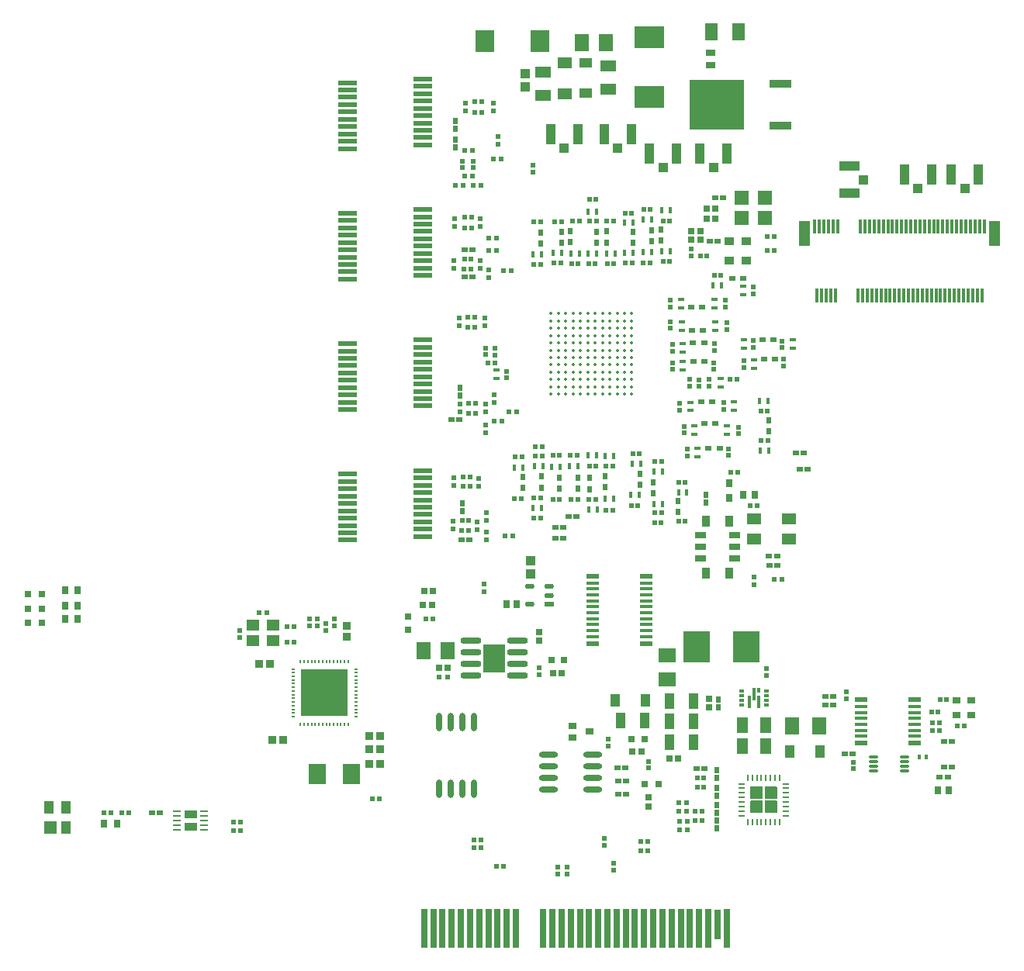
<source format=gbr>
G04*
G04 #@! TF.GenerationSoftware,Altium Limited,Altium Designer,24.2.2 (26)*
G04*
G04 Layer_Color=8421504*
%FSLAX25Y25*%
%MOIN*%
G70*
G04*
G04 #@! TF.SameCoordinates,383E0004-DF84-4F77-A050-2B2E5B934949*
G04*
G04*
G04 #@! TF.FilePolarity,Positive*
G04*
G01*
G75*
%ADD19R,0.05512X0.03543*%
%ADD20R,0.07874X0.01968*%
%ADD21R,0.02362X0.02559*%
%ADD22R,0.02288X0.02016*%
%ADD23R,0.02559X0.02362*%
%ADD24R,0.02362X0.02165*%
%ADD25R,0.02165X0.02362*%
%ADD26R,0.02165X0.01968*%
%ADD27R,0.02016X0.02288*%
%ADD28R,0.02800X0.16500*%
%ADD29O,0.02756X0.07874*%
%ADD30R,0.05906X0.04724*%
%ADD31R,0.02423X0.02254*%
%ADD32R,0.03347X0.01063*%
%ADD33R,0.01181X0.06102*%
%ADD34R,0.04724X0.10827*%
%ADD35O,0.00787X0.01968*%
%ADD36O,0.01968X0.00787*%
%ADD37R,0.20472X0.20472*%
%ADD38R,0.03563X0.03568*%
%ADD39R,0.01968X0.02165*%
%ADD40R,0.05512X0.04724*%
%ADD41R,0.02047X0.02047*%
%ADD42R,0.02047X0.02047*%
%ADD43R,0.03568X0.03563*%
%ADD44R,0.07301X0.09000*%
%ADD45O,0.09055X0.02756*%
%ADD46R,0.09488X0.12205*%
%ADD47R,0.04134X0.08661*%
%ADD48R,0.03937X0.04134*%
%ADD49C,0.01400*%
%ADD50R,0.07835X0.09173*%
G04:AMPARAMS|DCode=51|XSize=11.81mil|YSize=39.37mil|CornerRadius=1.95mil|HoleSize=0mil|Usage=FLASHONLY|Rotation=90.000|XOffset=0mil|YOffset=0mil|HoleType=Round|Shape=RoundedRectangle|*
%AMROUNDEDRECTD51*
21,1,0.01181,0.03547,0,0,90.0*
21,1,0.00791,0.03937,0,0,90.0*
1,1,0.00390,0.01774,0.00396*
1,1,0.00390,0.01774,-0.00396*
1,1,0.00390,-0.01774,-0.00396*
1,1,0.00390,-0.01774,0.00396*
%
%ADD51ROUNDEDRECTD51*%
%ADD52R,0.02953X0.03543*%
%ADD53R,0.01575X0.01968*%
%ADD54R,0.09800X0.03700*%
%ADD55R,0.23300X0.21700*%
%ADD56R,0.03150X0.03150*%
%ADD57R,0.02165X0.02165*%
%ADD58R,0.04088X0.02095*%
G04:AMPARAMS|DCode=59|XSize=40.88mil|YSize=20.95mil|CornerRadius=10.48mil|HoleSize=0mil|Usage=FLASHONLY|Rotation=180.000|XOffset=0mil|YOffset=0mil|HoleType=Round|Shape=RoundedRectangle|*
%AMROUNDEDRECTD59*
21,1,0.04088,0.00000,0,0,180.0*
21,1,0.01993,0.02095,0,0,180.0*
1,1,0.02095,-0.00996,0.00000*
1,1,0.02095,0.00996,0.00000*
1,1,0.02095,0.00996,0.00000*
1,1,0.02095,-0.00996,0.00000*
%
%ADD59ROUNDEDRECTD59*%
%ADD60R,0.05315X0.01575*%
%ADD61R,0.05315X0.02362*%
%ADD62R,0.03347X0.02559*%
%ADD63R,0.02362X0.02657*%
%ADD64R,0.01772X0.02657*%
%ADD65R,0.02657X0.02362*%
%ADD66R,0.02657X0.01772*%
%ADD67R,0.02756X0.02559*%
%ADD68R,0.05906X0.06299*%
%ADD69R,0.04134X0.03937*%
%ADD70R,0.08661X0.04134*%
G04:AMPARAMS|DCode=71|XSize=9.45mil|YSize=23.62mil|CornerRadius=1.98mil|HoleSize=0mil|Usage=FLASHONLY|Rotation=0.000|XOffset=0mil|YOffset=0mil|HoleType=Round|Shape=RoundedRectangle|*
%AMROUNDEDRECTD71*
21,1,0.00945,0.01965,0,0,0.0*
21,1,0.00548,0.02362,0,0,0.0*
1,1,0.00397,0.00274,-0.00983*
1,1,0.00397,-0.00274,-0.00983*
1,1,0.00397,-0.00274,0.00983*
1,1,0.00397,0.00274,0.00983*
%
%ADD71ROUNDEDRECTD71*%
G04:AMPARAMS|DCode=72|XSize=23.62mil|YSize=9.45mil|CornerRadius=1.98mil|HoleSize=0mil|Usage=FLASHONLY|Rotation=0.000|XOffset=0mil|YOffset=0mil|HoleType=Round|Shape=RoundedRectangle|*
%AMROUNDEDRECTD72*
21,1,0.02362,0.00548,0,0,0.0*
21,1,0.01965,0.00945,0,0,0.0*
1,1,0.00397,0.00983,-0.00274*
1,1,0.00397,-0.00983,-0.00274*
1,1,0.00397,-0.00983,0.00274*
1,1,0.00397,0.00983,0.00274*
%
%ADD72ROUNDEDRECTD72*%
%ADD73R,0.02254X0.02423*%
%ADD74R,0.03150X0.03740*%
%ADD75O,0.08071X0.02362*%
%ADD76R,0.06299X0.04921*%
%ADD77R,0.04349X0.06717*%
%ADD78R,0.02816X0.02648*%
%ADD79R,0.02756X0.02756*%
%ADD80R,0.05315X0.04331*%
%ADD81R,0.06717X0.04546*%
%ADD82R,0.12992X0.09449*%
%ADD83R,0.05709X0.07480*%
%ADD84R,0.05906X0.07284*%
%ADD85R,0.03937X0.02835*%
%ADD86R,0.04331X0.04134*%
%ADD87R,0.05512X0.05512*%
%ADD88R,0.03937X0.05512*%
%ADD89R,0.02165X0.02165*%
%ADD90R,0.11811X0.13780*%
%ADD91R,0.02559X0.02756*%
%ADD92R,0.04921X0.02559*%
%ADD93R,0.03347X0.04921*%
%ADD94R,0.02911X0.02648*%
%ADD95R,0.02756X0.02756*%
%ADD96R,0.02648X0.02911*%
%ADD97R,0.07284X0.05906*%
%ADD98R,0.04331X0.05315*%
%ADD99R,0.05924X0.07505*%
%ADD100R,0.04546X0.06717*%
%ADD101R,0.02648X0.02631*%
%ADD102R,0.01378X0.02362*%
%ADD103R,0.01378X0.05512*%
%ADD104R,0.02362X0.01378*%
%ADD105R,0.03937X0.03543*%
%ADD106R,0.02756X0.03740*%
%ADD107R,0.02123X0.01860*%
%ADD108R,0.02985X0.03197*%
%ADD109R,0.03543X0.02756*%
%ADD110R,0.02953X0.03347*%
%ADD111R,0.02756X0.03543*%
%ADD112R,0.02800X0.12600*%
G36*
X290339Y-351529D02*
Y-346608D01*
Y-346569D01*
X290369Y-346497D01*
X290424Y-346441D01*
X290496Y-346411D01*
X290536D01*
D01*
X295457D01*
X295496D01*
X295568Y-346441D01*
X295624Y-346497D01*
X295654Y-346569D01*
Y-346608D01*
D01*
Y-351529D01*
Y-351569D01*
X295624Y-351641D01*
X295568Y-351696D01*
X295496Y-351726D01*
X295457D01*
D01*
X290536D01*
X290496D01*
X290424Y-351696D01*
X290369Y-351641D01*
X290339Y-351569D01*
Y-351529D01*
D01*
D02*
G37*
G36*
X295654Y-345427D02*
Y-345466D01*
X295624Y-345538D01*
X295568Y-345594D01*
X295496Y-345624D01*
X295457D01*
D01*
X290536D01*
X290496D01*
X290424Y-345594D01*
X290369Y-345538D01*
X290339Y-345466D01*
Y-345427D01*
D01*
Y-340506D01*
Y-340467D01*
X290369Y-340394D01*
X290424Y-340339D01*
X290496Y-340309D01*
X290536D01*
D01*
X295457D01*
X295496D01*
X295568Y-340339D01*
X295624Y-340394D01*
X295654Y-340467D01*
Y-340506D01*
D01*
Y-345427D01*
D02*
G37*
G36*
X296638Y-351726D02*
X296599D01*
X296527Y-351696D01*
X296471Y-351641D01*
X296441Y-351569D01*
Y-351529D01*
D01*
Y-346608D01*
Y-346569D01*
X296471Y-346497D01*
X296527Y-346441D01*
X296599Y-346411D01*
X296638D01*
D01*
X301559D01*
X301598D01*
X301671Y-346441D01*
X301726Y-346497D01*
X301756Y-346569D01*
Y-346608D01*
D01*
Y-351529D01*
Y-351569D01*
X301726Y-351641D01*
X301671Y-351696D01*
X301598Y-351726D01*
X301559D01*
D01*
X296638D01*
D02*
G37*
G36*
X301756Y-345427D02*
Y-345466D01*
X301726Y-345538D01*
X301671Y-345594D01*
X301598Y-345624D01*
X301559D01*
D01*
X296638D01*
X296599D01*
X296527Y-345594D01*
X296471Y-345538D01*
X296441Y-345466D01*
Y-345427D01*
D01*
Y-340506D01*
Y-340467D01*
X296471Y-340394D01*
X296527Y-340339D01*
X296599Y-340309D01*
X296638D01*
D01*
X301559D01*
X301598D01*
X301671Y-340339D01*
X301726Y-340394D01*
X301756Y-340467D01*
Y-340506D01*
D01*
Y-345427D01*
D02*
G37*
D19*
X49773Y-352373D02*
D03*
X49774Y-357491D02*
D03*
D20*
X117323Y-66142D02*
D03*
Y-62992D02*
D03*
Y-59842D02*
D03*
Y-56693D02*
D03*
Y-53543D02*
D03*
Y-50394D02*
D03*
Y-47244D02*
D03*
Y-44094D02*
D03*
Y-40945D02*
D03*
Y-37795D02*
D03*
X149606Y-64567D02*
D03*
Y-61417D02*
D03*
Y-58268D02*
D03*
Y-55118D02*
D03*
Y-51968D02*
D03*
Y-48819D02*
D03*
Y-45669D02*
D03*
Y-42520D02*
D03*
Y-39370D02*
D03*
Y-36220D02*
D03*
X149606Y-204527D02*
D03*
Y-207677D02*
D03*
Y-210827D02*
D03*
Y-213976D02*
D03*
Y-217126D02*
D03*
Y-220275D02*
D03*
Y-223425D02*
D03*
Y-226575D02*
D03*
Y-229724D02*
D03*
Y-232874D02*
D03*
X117323Y-234449D02*
D03*
Y-231299D02*
D03*
Y-228150D02*
D03*
Y-225000D02*
D03*
Y-221850D02*
D03*
Y-218701D02*
D03*
Y-215551D02*
D03*
Y-212402D02*
D03*
Y-209252D02*
D03*
Y-206102D02*
D03*
X149606Y-148425D02*
D03*
Y-151575D02*
D03*
Y-154724D02*
D03*
Y-157874D02*
D03*
Y-161024D02*
D03*
Y-164173D02*
D03*
Y-167323D02*
D03*
Y-170472D02*
D03*
Y-173622D02*
D03*
Y-176772D02*
D03*
X117323Y-178346D02*
D03*
Y-175197D02*
D03*
Y-172047D02*
D03*
Y-168898D02*
D03*
Y-165748D02*
D03*
Y-162598D02*
D03*
Y-159449D02*
D03*
Y-156299D02*
D03*
Y-153149D02*
D03*
Y-150000D02*
D03*
X149606Y-92323D02*
D03*
Y-95472D02*
D03*
Y-98622D02*
D03*
Y-101772D02*
D03*
Y-104921D02*
D03*
Y-108071D02*
D03*
Y-111220D02*
D03*
Y-114370D02*
D03*
Y-117520D02*
D03*
Y-120669D02*
D03*
X117323Y-122244D02*
D03*
Y-119094D02*
D03*
Y-115945D02*
D03*
Y-112795D02*
D03*
Y-109646D02*
D03*
Y-106496D02*
D03*
Y-103346D02*
D03*
Y-100197D02*
D03*
Y-97047D02*
D03*
Y-93898D02*
D03*
X149606Y-36220D02*
D03*
Y-39370D02*
D03*
Y-42520D02*
D03*
Y-45669D02*
D03*
Y-48819D02*
D03*
Y-51968D02*
D03*
Y-55118D02*
D03*
Y-58268D02*
D03*
Y-61417D02*
D03*
Y-64567D02*
D03*
X117323Y-66142D02*
D03*
Y-62992D02*
D03*
Y-59842D02*
D03*
Y-56693D02*
D03*
Y-53543D02*
D03*
Y-50394D02*
D03*
Y-47244D02*
D03*
Y-44094D02*
D03*
Y-40945D02*
D03*
Y-37795D02*
D03*
X149606Y-204527D02*
D03*
Y-207677D02*
D03*
Y-210827D02*
D03*
Y-213976D02*
D03*
Y-217126D02*
D03*
Y-220275D02*
D03*
Y-223425D02*
D03*
Y-226575D02*
D03*
Y-229724D02*
D03*
Y-232874D02*
D03*
X117323Y-206102D02*
D03*
Y-209252D02*
D03*
Y-212402D02*
D03*
Y-215551D02*
D03*
Y-218701D02*
D03*
Y-221850D02*
D03*
Y-225000D02*
D03*
Y-228150D02*
D03*
Y-231299D02*
D03*
Y-234449D02*
D03*
X117323Y-178346D02*
D03*
Y-175197D02*
D03*
Y-172047D02*
D03*
Y-168898D02*
D03*
Y-165748D02*
D03*
Y-162598D02*
D03*
Y-159449D02*
D03*
Y-156299D02*
D03*
Y-153149D02*
D03*
Y-150000D02*
D03*
X149606Y-176772D02*
D03*
Y-173622D02*
D03*
Y-170472D02*
D03*
Y-167323D02*
D03*
Y-164173D02*
D03*
Y-161024D02*
D03*
Y-157874D02*
D03*
Y-154724D02*
D03*
Y-151575D02*
D03*
Y-148425D02*
D03*
X149553Y-92323D02*
D03*
Y-95472D02*
D03*
Y-98622D02*
D03*
Y-101772D02*
D03*
Y-104921D02*
D03*
Y-108071D02*
D03*
Y-111220D02*
D03*
Y-114370D02*
D03*
Y-117520D02*
D03*
Y-120669D02*
D03*
X117269Y-93898D02*
D03*
Y-97047D02*
D03*
Y-100197D02*
D03*
Y-103346D02*
D03*
Y-106496D02*
D03*
Y-109646D02*
D03*
Y-112795D02*
D03*
Y-115945D02*
D03*
Y-119094D02*
D03*
Y-122244D02*
D03*
D21*
X163697Y-65551D02*
D03*
Y-62205D02*
D03*
X163617Y-57510D02*
D03*
Y-54164D02*
D03*
X166408Y-222064D02*
D03*
Y-218718D02*
D03*
X165542Y-172175D02*
D03*
Y-168828D02*
D03*
X275809Y-358263D02*
D03*
Y-354916D02*
D03*
Y-348142D02*
D03*
Y-351489D02*
D03*
X275785Y-344266D02*
D03*
Y-340919D02*
D03*
Y-333361D02*
D03*
Y-336708D02*
D03*
X276689Y-302959D02*
D03*
Y-306305D02*
D03*
X271269Y-215040D02*
D03*
Y-218386D02*
D03*
D22*
X169219Y-175484D02*
D03*
X172097D02*
D03*
X167363Y-117928D02*
D03*
X170241D02*
D03*
X300567Y-110025D02*
D03*
X297689D02*
D03*
X300567Y-104025D02*
D03*
X297689D02*
D03*
X382172Y-314419D02*
D03*
X379293D02*
D03*
X252104Y-200747D02*
D03*
X249226D02*
D03*
X252065Y-226818D02*
D03*
X249187D02*
D03*
X252104Y-222767D02*
D03*
X249226D02*
D03*
X262302Y-209609D02*
D03*
X259423D02*
D03*
X236501Y-93811D02*
D03*
X239379D02*
D03*
X262394Y-226204D02*
D03*
X259515D02*
D03*
X236634Y-115411D02*
D03*
X239512D02*
D03*
X223919Y-216820D02*
D03*
X221041D02*
D03*
X223981Y-202646D02*
D03*
X221103D02*
D03*
X294913Y-191631D02*
D03*
X297792D02*
D03*
X294784Y-179039D02*
D03*
X297662D02*
D03*
X268831Y-112281D02*
D03*
X271709D02*
D03*
X243234Y-367930D02*
D03*
X246112D02*
D03*
X243234Y-364039D02*
D03*
X246112D02*
D03*
X267495Y-336726D02*
D03*
X270373D02*
D03*
X267495Y-340548D02*
D03*
X270373D02*
D03*
X266723Y-350939D02*
D03*
X269601D02*
D03*
X266723Y-354916D02*
D03*
X269601D02*
D03*
X170330Y-113483D02*
D03*
X167452D02*
D03*
X172220Y-179884D02*
D03*
X169342D02*
D03*
X169293Y-226100D02*
D03*
X166415D02*
D03*
X169272Y-230382D02*
D03*
X166394D02*
D03*
X153801Y-268185D02*
D03*
X150923D02*
D03*
X220851Y-115749D02*
D03*
X223729D02*
D03*
X197930Y-194260D02*
D03*
X200808D02*
D03*
X197952Y-198437D02*
D03*
X200830D02*
D03*
X221200Y-97346D02*
D03*
X224078D02*
D03*
X221098Y-88069D02*
D03*
X223976D02*
D03*
X197224Y-225042D02*
D03*
X200103D02*
D03*
X197224Y-216161D02*
D03*
X200103D02*
D03*
X205443Y-198007D02*
D03*
X208321D02*
D03*
X205493Y-216832D02*
D03*
X208372D02*
D03*
X216371Y-115579D02*
D03*
X213493D02*
D03*
X216771Y-97141D02*
D03*
X213893D02*
D03*
X231709Y-115757D02*
D03*
X228831D02*
D03*
X231560Y-97158D02*
D03*
X228682D02*
D03*
X239117Y-219700D02*
D03*
X241996D02*
D03*
X239772Y-197128D02*
D03*
X242650D02*
D03*
X244509Y-92339D02*
D03*
X247387D02*
D03*
X244214Y-115404D02*
D03*
X247092D02*
D03*
X212987Y-197912D02*
D03*
X215865D02*
D03*
X213225Y-217085D02*
D03*
X216104D02*
D03*
X189222Y-198739D02*
D03*
X192101D02*
D03*
X189003Y-216512D02*
D03*
X191881D02*
D03*
X231198Y-221469D02*
D03*
X228319D02*
D03*
X231074Y-202771D02*
D03*
X228196D02*
D03*
X255640Y-97306D02*
D03*
X252762D02*
D03*
X255696Y-114475D02*
D03*
X252817D02*
D03*
X205869Y-115176D02*
D03*
X208747D02*
D03*
X206244Y-97501D02*
D03*
X209122D02*
D03*
X197254Y-115794D02*
D03*
X200132D02*
D03*
X197254Y-97594D02*
D03*
X200132D02*
D03*
X274772Y-120533D02*
D03*
X277651D02*
D03*
D23*
X33338Y-351527D02*
D03*
X36685D02*
D03*
X278646Y-87362D02*
D03*
X275300D02*
D03*
X166336Y-234313D02*
D03*
X169682D02*
D03*
X165289Y-182633D02*
D03*
X161943D02*
D03*
X167476Y-121389D02*
D03*
X170823D02*
D03*
X167476Y-109724D02*
D03*
X170823D02*
D03*
X371734Y-336314D02*
D03*
X375081D02*
D03*
X309918Y-196908D02*
D03*
X313264D02*
D03*
X334230Y-326157D02*
D03*
X330884D02*
D03*
X325864Y-301677D02*
D03*
X322518D02*
D03*
X325985Y-305212D02*
D03*
X322638D02*
D03*
X270736Y-332718D02*
D03*
X267390D02*
D03*
X376754Y-331969D02*
D03*
X373408D02*
D03*
X236606Y-332372D02*
D03*
X233260D02*
D03*
X376754Y-321044D02*
D03*
X373408D02*
D03*
X314937Y-203795D02*
D03*
X311591D02*
D03*
X276175Y-105891D02*
D03*
X272829D02*
D03*
X298494Y-245298D02*
D03*
X301841D02*
D03*
X298396Y-241157D02*
D03*
X301742D02*
D03*
X212302Y-224134D02*
D03*
X215649D02*
D03*
X206449Y-233508D02*
D03*
X209795D02*
D03*
X206518Y-229015D02*
D03*
X209864D02*
D03*
X237068Y-337991D02*
D03*
X233722D02*
D03*
X237068Y-343682D02*
D03*
X233722D02*
D03*
D24*
X180204Y-183327D02*
D03*
X183551D02*
D03*
X188358Y-232505D02*
D03*
X185012D02*
D03*
X180006Y-70747D02*
D03*
X183353D02*
D03*
X171282Y-81854D02*
D03*
X174628D02*
D03*
X190007Y-179348D02*
D03*
X186660D02*
D03*
X177874Y-104659D02*
D03*
X181220D02*
D03*
X187595Y-118559D02*
D03*
X184249D02*
D03*
X181201Y-109891D02*
D03*
X177854D02*
D03*
X163590Y-81854D02*
D03*
X166936D02*
D03*
X167525Y-66866D02*
D03*
X170871D02*
D03*
X167566Y-78094D02*
D03*
X170912D02*
D03*
D25*
X176970Y-230976D02*
D03*
Y-234323D02*
D03*
X176794Y-225987D02*
D03*
Y-222641D02*
D03*
X175853Y-256526D02*
D03*
Y-253180D02*
D03*
X176503Y-188179D02*
D03*
Y-184832D02*
D03*
X180184Y-175174D02*
D03*
Y-171828D02*
D03*
X177862Y-121469D02*
D03*
Y-118123D02*
D03*
X181879Y-60827D02*
D03*
Y-64174D02*
D03*
X176472Y-176077D02*
D03*
Y-179423D02*
D03*
X167964Y-46692D02*
D03*
Y-50038D02*
D03*
X176125Y-139017D02*
D03*
Y-142363D02*
D03*
X174150Y-96218D02*
D03*
Y-99564D02*
D03*
X173582Y-211241D02*
D03*
Y-207894D02*
D03*
X173022Y-229898D02*
D03*
Y-226551D02*
D03*
X174239Y-117465D02*
D03*
Y-114119D02*
D03*
X163393Y-99564D02*
D03*
Y-96218D02*
D03*
X179908Y-49948D02*
D03*
Y-46602D02*
D03*
X165119Y-142150D02*
D03*
Y-138804D02*
D03*
X165466Y-179299D02*
D03*
Y-175952D02*
D03*
X162966Y-211000D02*
D03*
Y-207654D02*
D03*
X162536Y-229764D02*
D03*
Y-226417D02*
D03*
X162966Y-117514D02*
D03*
Y-114167D02*
D03*
D26*
X166856Y-207349D02*
D03*
X169809D02*
D03*
X167048Y-211345D02*
D03*
X170001D02*
D03*
X171870Y-46104D02*
D03*
X174823D02*
D03*
X171873Y-50479D02*
D03*
X174825D02*
D03*
X168815Y-142930D02*
D03*
X171767D02*
D03*
X168870Y-138473D02*
D03*
X171823D02*
D03*
X167490Y-100219D02*
D03*
X170443D02*
D03*
X167516Y-95678D02*
D03*
X170469D02*
D03*
X127981Y-345663D02*
D03*
X130934D02*
D03*
X94316Y-278243D02*
D03*
X91363D02*
D03*
X94316Y-271666D02*
D03*
X91363D02*
D03*
X23184Y-351561D02*
D03*
X20232D02*
D03*
X374705Y-303023D02*
D03*
X371752D02*
D03*
X371424Y-312844D02*
D03*
X368471D02*
D03*
X371424Y-316350D02*
D03*
X368471D02*
D03*
X368077Y-308393D02*
D03*
X371030D02*
D03*
X184215Y-374572D02*
D03*
X181262D02*
D03*
X68246Y-359322D02*
D03*
X71199D02*
D03*
X68247Y-355499D02*
D03*
X71199D02*
D03*
X171616Y-363224D02*
D03*
X174569D02*
D03*
X177657Y-158117D02*
D03*
X180610D02*
D03*
X284634Y-165172D02*
D03*
X281681D02*
D03*
X174569Y-366670D02*
D03*
X171616D02*
D03*
X15434Y-351527D02*
D03*
X12481D02*
D03*
D27*
X171287Y-74416D02*
D03*
Y-71538D02*
D03*
X166686Y-74344D02*
D03*
Y-71466D02*
D03*
X331567Y-299572D02*
D03*
Y-302450D02*
D03*
X263272Y-198309D02*
D03*
Y-195431D02*
D03*
X281064Y-198014D02*
D03*
Y-195136D02*
D03*
X256798Y-153228D02*
D03*
Y-150350D02*
D03*
X274896Y-152849D02*
D03*
Y-149971D02*
D03*
X256920Y-161080D02*
D03*
Y-158202D02*
D03*
X274637Y-161035D02*
D03*
Y-158157D02*
D03*
X287665Y-160134D02*
D03*
Y-157255D02*
D03*
X304619Y-159643D02*
D03*
Y-156765D02*
D03*
X303852Y-151713D02*
D03*
Y-148835D02*
D03*
X291682Y-151619D02*
D03*
Y-148741D02*
D03*
X291650Y-125732D02*
D03*
Y-128610D02*
D03*
X246542Y-329537D02*
D03*
Y-332415D02*
D03*
X297197Y-292494D02*
D03*
Y-289616D02*
D03*
X199668Y-292187D02*
D03*
Y-289309D02*
D03*
X278891Y-178251D02*
D03*
Y-175372D02*
D03*
X260057Y-178585D02*
D03*
Y-175707D02*
D03*
X185630Y-164727D02*
D03*
Y-161848D02*
D03*
X180630Y-151929D02*
D03*
Y-154807D02*
D03*
X176491Y-151789D02*
D03*
Y-154667D02*
D03*
X285170Y-188666D02*
D03*
Y-185788D02*
D03*
X261828Y-188419D02*
D03*
Y-185541D02*
D03*
X264280Y-168304D02*
D03*
Y-165426D02*
D03*
X268405Y-168361D02*
D03*
Y-165483D02*
D03*
X272552Y-168261D02*
D03*
Y-165382D02*
D03*
X279658Y-131414D02*
D03*
Y-134292D02*
D03*
X264789Y-112298D02*
D03*
Y-109420D02*
D03*
X255790Y-131346D02*
D03*
Y-134224D02*
D03*
X280357Y-140994D02*
D03*
Y-143872D02*
D03*
X256003Y-140458D02*
D03*
Y-143336D02*
D03*
X229202Y-320115D02*
D03*
Y-322993D02*
D03*
D28*
X150181Y-401427D02*
D03*
X154118D02*
D03*
X158055D02*
D03*
X161992D02*
D03*
X165929D02*
D03*
X169866D02*
D03*
X173803D02*
D03*
X177740D02*
D03*
X181677D02*
D03*
X185614D02*
D03*
X189551D02*
D03*
X201362D02*
D03*
X205299D02*
D03*
X209236D02*
D03*
X213173D02*
D03*
X217110D02*
D03*
X221047D02*
D03*
X224984D02*
D03*
X228921D02*
D03*
X232858D02*
D03*
X236795D02*
D03*
X240732D02*
D03*
X244669D02*
D03*
X248606D02*
D03*
X252543D02*
D03*
X256480D02*
D03*
X260417D02*
D03*
X264354D02*
D03*
X268291D02*
D03*
X272228D02*
D03*
X280102D02*
D03*
D29*
X156615Y-341304D02*
D03*
X161615D02*
D03*
X166615D02*
D03*
X171615D02*
D03*
X156615Y-312761D02*
D03*
X161615D02*
D03*
X166615D02*
D03*
X171615D02*
D03*
D30*
X292030Y-225215D02*
D03*
X306991D02*
D03*
Y-233877D02*
D03*
X292030D02*
D03*
D31*
X303913Y-251277D02*
D03*
X300539D02*
D03*
D32*
X43966Y-358869D02*
D03*
Y-356901D02*
D03*
Y-354932D02*
D03*
Y-352964D02*
D03*
Y-350995D02*
D03*
X55581D02*
D03*
Y-352964D02*
D03*
Y-354932D02*
D03*
Y-356901D02*
D03*
Y-358869D02*
D03*
D33*
X317914Y-99712D02*
D03*
X319882D02*
D03*
X321850D02*
D03*
X323819D02*
D03*
X325787D02*
D03*
X327756D02*
D03*
X318898Y-129436D02*
D03*
X320866D02*
D03*
X322835D02*
D03*
X324803D02*
D03*
X326772D02*
D03*
X337598Y-99712D02*
D03*
X338583Y-129436D02*
D03*
X339567Y-99712D02*
D03*
X340551Y-129436D02*
D03*
X341535Y-99712D02*
D03*
X342520Y-129436D02*
D03*
X343504Y-99712D02*
D03*
X344488Y-129436D02*
D03*
X345473Y-99712D02*
D03*
X346457Y-129436D02*
D03*
X347441Y-99712D02*
D03*
X348425Y-129436D02*
D03*
X349410Y-99712D02*
D03*
X350394Y-129436D02*
D03*
X351378Y-99712D02*
D03*
X352362Y-129436D02*
D03*
X353346Y-99712D02*
D03*
X354331Y-129436D02*
D03*
X355315Y-99712D02*
D03*
X356299Y-129436D02*
D03*
X357283Y-99712D02*
D03*
X358268Y-129436D02*
D03*
X359252Y-99712D02*
D03*
X360236Y-129436D02*
D03*
X361221Y-99712D02*
D03*
X362205Y-129436D02*
D03*
X363189Y-99712D02*
D03*
X364173Y-129436D02*
D03*
X365158Y-99712D02*
D03*
X366142Y-129436D02*
D03*
X367126Y-99712D02*
D03*
X368110Y-129436D02*
D03*
X369094Y-99712D02*
D03*
X370079Y-129436D02*
D03*
X371063Y-99712D02*
D03*
X372047Y-129436D02*
D03*
X373031Y-99712D02*
D03*
X374016Y-129436D02*
D03*
X375000Y-99712D02*
D03*
X375984Y-129436D02*
D03*
X376969Y-99712D02*
D03*
X377953Y-129436D02*
D03*
X378937Y-99712D02*
D03*
X379921Y-129436D02*
D03*
X380906Y-99712D02*
D03*
X381890Y-129436D02*
D03*
X382874Y-99712D02*
D03*
X383858Y-129436D02*
D03*
X384842Y-99712D02*
D03*
X385827Y-129436D02*
D03*
X386811Y-99712D02*
D03*
X387795Y-129436D02*
D03*
X388779Y-99712D02*
D03*
X389764Y-129436D02*
D03*
X390748Y-99712D02*
D03*
X336614Y-129436D02*
D03*
D34*
X313583Y-102763D02*
D03*
X395079D02*
D03*
D35*
X117544Y-313530D02*
D03*
X115970D02*
D03*
X114395D02*
D03*
X112820D02*
D03*
X111245D02*
D03*
X109670D02*
D03*
X108096D02*
D03*
X106521D02*
D03*
X104946D02*
D03*
X103371D02*
D03*
X101796D02*
D03*
X100222D02*
D03*
X98647D02*
D03*
X97072D02*
D03*
Y-286561D02*
D03*
X98647D02*
D03*
X100222D02*
D03*
X101796D02*
D03*
X103371D02*
D03*
X104946D02*
D03*
X106521D02*
D03*
X108096D02*
D03*
X109670D02*
D03*
X111245D02*
D03*
X112820D02*
D03*
X114395D02*
D03*
X115970D02*
D03*
X117544D02*
D03*
D36*
X93824Y-310282D02*
D03*
Y-308707D02*
D03*
Y-307132D02*
D03*
Y-305557D02*
D03*
Y-303982D02*
D03*
Y-302408D02*
D03*
Y-300833D02*
D03*
Y-299258D02*
D03*
Y-297683D02*
D03*
Y-296108D02*
D03*
Y-294534D02*
D03*
Y-292959D02*
D03*
Y-291384D02*
D03*
Y-289809D02*
D03*
X120792Y-292959D02*
D03*
Y-294534D02*
D03*
Y-296108D02*
D03*
Y-297683D02*
D03*
Y-299258D02*
D03*
Y-300833D02*
D03*
Y-302408D02*
D03*
Y-303982D02*
D03*
Y-305557D02*
D03*
Y-307132D02*
D03*
Y-308707D02*
D03*
Y-310282D02*
D03*
Y-291384D02*
D03*
Y-289809D02*
D03*
D37*
X107308Y-300045D02*
D03*
D38*
X126510Y-330484D02*
D03*
X131239D02*
D03*
X126510Y-324432D02*
D03*
X131239D02*
D03*
X126510Y-318518D02*
D03*
X131239D02*
D03*
X89617Y-320302D02*
D03*
X84888D02*
D03*
X83842Y-287632D02*
D03*
X79114D02*
D03*
D39*
X111514Y-271124D02*
D03*
Y-268172D02*
D03*
X107817Y-273143D02*
D03*
Y-270190D02*
D03*
X100806Y-271124D02*
D03*
Y-268172D02*
D03*
X104404Y-271124D02*
D03*
Y-268172D02*
D03*
X334656Y-329795D02*
D03*
Y-332747D02*
D03*
X211641Y-374971D02*
D03*
X207555D02*
D03*
Y-377924D02*
D03*
X227627Y-362732D02*
D03*
Y-365684D02*
D03*
X231458Y-373448D02*
D03*
Y-376401D02*
D03*
X197066Y-73228D02*
D03*
Y-76181D02*
D03*
X211641Y-377924D02*
D03*
D40*
X76552Y-277572D02*
D03*
X85213D02*
D03*
Y-270879D02*
D03*
X76552D02*
D03*
D41*
X70903Y-273262D02*
D03*
Y-276412D02*
D03*
D42*
X79352Y-265632D02*
D03*
X82501D02*
D03*
D43*
X117043Y-275941D02*
D03*
Y-271212D02*
D03*
D44*
X118973Y-334984D02*
D03*
X104074D02*
D03*
D45*
X170222Y-277632D02*
D03*
Y-282632D02*
D03*
Y-287632D02*
D03*
Y-292632D02*
D03*
X190301Y-277632D02*
D03*
Y-282632D02*
D03*
Y-287632D02*
D03*
Y-292632D02*
D03*
D46*
X180261Y-285132D02*
D03*
D47*
X204547Y-60039D02*
D03*
X216161D02*
D03*
X227515D02*
D03*
X239129D02*
D03*
X280312Y-68209D02*
D03*
X268698D02*
D03*
X368209Y-77199D02*
D03*
X356594D02*
D03*
X388287D02*
D03*
X376673D02*
D03*
X258659Y-68209D02*
D03*
X247045D02*
D03*
D48*
X210354Y-66043D02*
D03*
X233322D02*
D03*
X274505Y-74212D02*
D03*
X362402Y-83203D02*
D03*
X382480D02*
D03*
X252852Y-74212D02*
D03*
D49*
X239374Y-171701D02*
D03*
X236225D02*
D03*
X233075D02*
D03*
X229925D02*
D03*
X226776D02*
D03*
X223626D02*
D03*
X220477D02*
D03*
X217327D02*
D03*
X214177D02*
D03*
X211028D02*
D03*
X207878D02*
D03*
X204729D02*
D03*
X239374Y-168551D02*
D03*
X236225D02*
D03*
X233075D02*
D03*
X229925D02*
D03*
X226776D02*
D03*
X223626D02*
D03*
X220477D02*
D03*
X217327D02*
D03*
X214177D02*
D03*
X211028D02*
D03*
X207878D02*
D03*
X204729D02*
D03*
X239374Y-165401D02*
D03*
X236225D02*
D03*
X233075D02*
D03*
X229925D02*
D03*
X226776D02*
D03*
X223626D02*
D03*
X220477D02*
D03*
X217327D02*
D03*
X214177D02*
D03*
X211028D02*
D03*
X207878D02*
D03*
X204729D02*
D03*
X239374Y-162251D02*
D03*
X236225D02*
D03*
X233075D02*
D03*
X229925D02*
D03*
X226776D02*
D03*
X223626D02*
D03*
X220477D02*
D03*
X217327D02*
D03*
X214177D02*
D03*
X211028D02*
D03*
X207878D02*
D03*
X204729D02*
D03*
X239374Y-159101D02*
D03*
X236225D02*
D03*
X233075D02*
D03*
X229925D02*
D03*
X226776D02*
D03*
X223626D02*
D03*
X220477D02*
D03*
X217327D02*
D03*
X214177D02*
D03*
X211028D02*
D03*
X207878D02*
D03*
X204729D02*
D03*
X239374Y-155951D02*
D03*
X236225D02*
D03*
X233075D02*
D03*
X229925D02*
D03*
X226776D02*
D03*
X223626D02*
D03*
X220477D02*
D03*
X217327D02*
D03*
X214177D02*
D03*
X211028D02*
D03*
X207878D02*
D03*
X204729D02*
D03*
X239374Y-152801D02*
D03*
X236225D02*
D03*
X233075D02*
D03*
X229925D02*
D03*
X226776D02*
D03*
X223626D02*
D03*
X220477D02*
D03*
X217327D02*
D03*
X214177D02*
D03*
X211028D02*
D03*
X207878D02*
D03*
X204729D02*
D03*
X239374Y-149651D02*
D03*
X236225D02*
D03*
X233075D02*
D03*
X229925D02*
D03*
X226776D02*
D03*
X223626D02*
D03*
X220477D02*
D03*
X217327D02*
D03*
X214177D02*
D03*
X211028D02*
D03*
X207878D02*
D03*
X204729D02*
D03*
X239374Y-146501D02*
D03*
X236225D02*
D03*
X233075D02*
D03*
X229925D02*
D03*
X226776D02*
D03*
X223626D02*
D03*
X220477D02*
D03*
X217327D02*
D03*
X214177D02*
D03*
X211028D02*
D03*
X207878D02*
D03*
X204729D02*
D03*
X239374Y-143351D02*
D03*
X236225D02*
D03*
X233075D02*
D03*
X229925D02*
D03*
X226776D02*
D03*
X223626D02*
D03*
X220477D02*
D03*
X217327D02*
D03*
X214177D02*
D03*
X211028D02*
D03*
X207878D02*
D03*
X204729D02*
D03*
X239374Y-140201D02*
D03*
X236225D02*
D03*
X233075D02*
D03*
X229925D02*
D03*
X226776D02*
D03*
X223626D02*
D03*
X220477D02*
D03*
X217327D02*
D03*
X214177D02*
D03*
X211028D02*
D03*
X207878D02*
D03*
X204729D02*
D03*
X239374Y-137051D02*
D03*
X236225D02*
D03*
X233075D02*
D03*
X229925D02*
D03*
X226776D02*
D03*
X223626D02*
D03*
X220477D02*
D03*
X217327D02*
D03*
X214177D02*
D03*
X211028D02*
D03*
X207878D02*
D03*
X204729D02*
D03*
D50*
X176322Y-19934D02*
D03*
X200023D02*
D03*
D51*
X356680Y-333462D02*
D03*
Y-331493D02*
D03*
Y-329525D02*
D03*
Y-327556D02*
D03*
X343294Y-333462D02*
D03*
Y-331493D02*
D03*
Y-329525D02*
D03*
Y-327556D02*
D03*
D52*
X375590Y-341791D02*
D03*
X370866D02*
D03*
D53*
X362830Y-327669D02*
D03*
X365980D02*
D03*
D54*
X303153Y-56265D02*
D03*
Y-38265D02*
D03*
D55*
X275903Y-47265D02*
D03*
D56*
X244852Y-339421D02*
D03*
X250758D02*
D03*
X-20039Y-269964D02*
D03*
X-14134D02*
D03*
X-20040Y-264057D02*
D03*
X-14134D02*
D03*
X-20039Y-257480D02*
D03*
X-14134D02*
D03*
D57*
X259634Y-350829D02*
D03*
Y-347286D02*
D03*
X259978Y-355258D02*
D03*
Y-358801D02*
D03*
X263185Y-358801D02*
D03*
Y-355258D02*
D03*
X263071Y-347308D02*
D03*
Y-350852D02*
D03*
D58*
X203942Y-261876D02*
D03*
D59*
Y-258136D02*
D03*
Y-254396D02*
D03*
X195546D02*
D03*
Y-261876D02*
D03*
D60*
X337868Y-305955D02*
D03*
Y-308514D02*
D03*
Y-311073D02*
D03*
Y-313632D02*
D03*
Y-316191D02*
D03*
Y-318750D02*
D03*
X360900D02*
D03*
Y-316191D02*
D03*
Y-313632D02*
D03*
Y-311073D02*
D03*
Y-308514D02*
D03*
Y-305955D02*
D03*
X245573Y-252830D02*
D03*
Y-255390D02*
D03*
Y-257949D02*
D03*
Y-260508D02*
D03*
Y-263067D02*
D03*
Y-265626D02*
D03*
Y-268185D02*
D03*
Y-270744D02*
D03*
Y-273303D02*
D03*
Y-275862D02*
D03*
X222542D02*
D03*
Y-273303D02*
D03*
Y-270744D02*
D03*
Y-268185D02*
D03*
Y-265626D02*
D03*
Y-263067D02*
D03*
Y-260508D02*
D03*
Y-257949D02*
D03*
Y-255390D02*
D03*
Y-252830D02*
D03*
D61*
X337868Y-303002D02*
D03*
Y-321703D02*
D03*
X360900D02*
D03*
Y-303002D02*
D03*
X245573Y-249878D02*
D03*
Y-278815D02*
D03*
X222542D02*
D03*
Y-249878D02*
D03*
D62*
X379059Y-309672D02*
D03*
Y-303176D02*
D03*
X385162D02*
D03*
Y-309672D02*
D03*
D63*
X248640Y-214185D02*
D03*
Y-209461D02*
D03*
X259204Y-222257D02*
D03*
Y-217532D02*
D03*
X239909Y-101896D02*
D03*
Y-106621D02*
D03*
X221103Y-212474D02*
D03*
Y-207749D02*
D03*
X298361Y-187776D02*
D03*
Y-183051D02*
D03*
X224396Y-101836D02*
D03*
Y-106561D02*
D03*
X200647Y-211803D02*
D03*
Y-207079D02*
D03*
X208338Y-212264D02*
D03*
Y-207540D02*
D03*
X213041Y-101481D02*
D03*
Y-106206D02*
D03*
X228695Y-101754D02*
D03*
Y-106478D02*
D03*
X242907Y-210572D02*
D03*
Y-205847D02*
D03*
X247948Y-101212D02*
D03*
Y-105936D02*
D03*
X216104Y-212379D02*
D03*
Y-207654D02*
D03*
X192442Y-212038D02*
D03*
Y-207314D02*
D03*
X227865Y-211780D02*
D03*
Y-207055D02*
D03*
X252064Y-100963D02*
D03*
Y-105688D02*
D03*
X209086Y-101795D02*
D03*
Y-106519D02*
D03*
X200403Y-102192D02*
D03*
Y-106916D02*
D03*
D64*
X252662Y-204976D02*
D03*
X249020D02*
D03*
X252615Y-218816D02*
D03*
X248973D02*
D03*
X263071Y-213791D02*
D03*
X259429D02*
D03*
X236119Y-97913D02*
D03*
X239760D02*
D03*
X236119Y-111003D02*
D03*
X239760D02*
D03*
X224407Y-221193D02*
D03*
X220765D02*
D03*
X224301Y-198007D02*
D03*
X220659D02*
D03*
X294524Y-195965D02*
D03*
X298166D02*
D03*
X294402Y-174776D02*
D03*
X298044D02*
D03*
X220607Y-111168D02*
D03*
X224248D02*
D03*
X197462Y-202577D02*
D03*
X201103D02*
D03*
X220716Y-93135D02*
D03*
X224358D02*
D03*
X196992Y-220489D02*
D03*
X200634D02*
D03*
X204933Y-202854D02*
D03*
X208575D02*
D03*
X216874Y-111116D02*
D03*
X213232D02*
D03*
X232091Y-111220D02*
D03*
X228449D02*
D03*
X238907Y-214875D02*
D03*
X242548D02*
D03*
X239560Y-201514D02*
D03*
X243202D02*
D03*
X244128Y-96721D02*
D03*
X247769D02*
D03*
X244128Y-110587D02*
D03*
X247769D02*
D03*
X212631Y-202646D02*
D03*
X216273D02*
D03*
X188790Y-203169D02*
D03*
X192432D02*
D03*
X231579Y-216614D02*
D03*
X227938D02*
D03*
X231579Y-198168D02*
D03*
X227938D02*
D03*
X255998Y-92754D02*
D03*
X252356D02*
D03*
X255998Y-110234D02*
D03*
X252356D02*
D03*
X205540Y-110867D02*
D03*
X209182D02*
D03*
X196872Y-111583D02*
D03*
X200514D02*
D03*
X274217Y-124868D02*
D03*
X277859D02*
D03*
D65*
X277120Y-194795D02*
D03*
X272396D02*
D03*
X270418Y-149651D02*
D03*
X265693D02*
D03*
X270487Y-157710D02*
D03*
X265763D02*
D03*
X300898Y-156602D02*
D03*
X296173D02*
D03*
X300167Y-148155D02*
D03*
X295443D02*
D03*
X282569Y-121906D02*
D03*
X287293D02*
D03*
X274041Y-175049D02*
D03*
X269317D02*
D03*
X275339Y-184313D02*
D03*
X270615D02*
D03*
X269731Y-134443D02*
D03*
X265007D02*
D03*
X270014Y-144196D02*
D03*
X265290D02*
D03*
D66*
X267700Y-198691D02*
D03*
Y-195049D02*
D03*
X261105Y-153526D02*
D03*
Y-149885D02*
D03*
X261385Y-161417D02*
D03*
Y-157775D02*
D03*
X291914Y-160474D02*
D03*
Y-156833D02*
D03*
X308412Y-152001D02*
D03*
Y-148359D02*
D03*
X287559Y-152001D02*
D03*
Y-148359D02*
D03*
X287363Y-125350D02*
D03*
Y-128992D02*
D03*
X283168Y-178632D02*
D03*
Y-174991D02*
D03*
X264691Y-178761D02*
D03*
Y-175120D02*
D03*
X181374Y-165025D02*
D03*
Y-161383D02*
D03*
X280298Y-188801D02*
D03*
Y-185159D02*
D03*
X266087Y-188801D02*
D03*
Y-185159D02*
D03*
X277498Y-168642D02*
D03*
Y-165001D02*
D03*
X274886Y-131032D02*
D03*
Y-134674D02*
D03*
X260581Y-130964D02*
D03*
Y-134606D02*
D03*
X275288Y-140612D02*
D03*
Y-144254D02*
D03*
X260955Y-140654D02*
D03*
Y-144296D02*
D03*
D67*
X275189Y-96150D02*
D03*
X271449D02*
D03*
Y-91929D02*
D03*
X275189D02*
D03*
X160197Y-289173D02*
D03*
X156457D02*
D03*
D68*
X296650Y-96035D02*
D03*
X286649D02*
D03*
Y-87374D02*
D03*
X296650D02*
D03*
D69*
X338988Y-79488D02*
D03*
D70*
X332984Y-73681D02*
D03*
Y-85295D02*
D03*
D71*
X289158Y-336569D02*
D03*
X291126D02*
D03*
X293095D02*
D03*
X295063D02*
D03*
X297032D02*
D03*
X299000D02*
D03*
X300969D02*
D03*
X302937D02*
D03*
Y-355466D02*
D03*
X300969D02*
D03*
X299000D02*
D03*
X297032D02*
D03*
X295063D02*
D03*
X293095D02*
D03*
X291126D02*
D03*
X289158D02*
D03*
D72*
X305496Y-339128D02*
D03*
Y-341096D02*
D03*
Y-343065D02*
D03*
Y-345033D02*
D03*
Y-347002D02*
D03*
Y-348970D02*
D03*
Y-350939D02*
D03*
Y-352907D02*
D03*
X286599D02*
D03*
Y-350939D02*
D03*
Y-348970D02*
D03*
Y-347002D02*
D03*
Y-345033D02*
D03*
Y-343065D02*
D03*
Y-341096D02*
D03*
Y-339128D02*
D03*
D73*
X291922Y-250326D02*
D03*
Y-253701D02*
D03*
D74*
X-4075Y-255906D02*
D03*
X1240D02*
D03*
X1240Y-268389D02*
D03*
X-4075D02*
D03*
X1240Y-262482D02*
D03*
X-4075D02*
D03*
D75*
X203626Y-326537D02*
D03*
Y-331537D02*
D03*
Y-336537D02*
D03*
Y-341537D02*
D03*
X222720Y-326537D02*
D03*
Y-331537D02*
D03*
Y-336537D02*
D03*
Y-341537D02*
D03*
D76*
X210560Y-29340D02*
D03*
Y-42725D02*
D03*
D77*
X255520Y-321339D02*
D03*
X265762D02*
D03*
X255636Y-312352D02*
D03*
X265879D02*
D03*
X255636Y-303536D02*
D03*
X265879D02*
D03*
X234568Y-311921D02*
D03*
X244811D02*
D03*
D78*
X243422Y-325117D02*
D03*
X239654D02*
D03*
X153450Y-262279D02*
D03*
X149682D02*
D03*
X209337Y-291504D02*
D03*
X205569D02*
D03*
D79*
X244770Y-319914D02*
D03*
X239258D02*
D03*
X210373Y-286052D02*
D03*
X204861D02*
D03*
D80*
X219519Y-42135D02*
D03*
Y-29143D02*
D03*
D81*
X201384Y-43403D02*
D03*
Y-33358D02*
D03*
X229208Y-40661D02*
D03*
Y-30616D02*
D03*
D82*
X246838Y-44100D02*
D03*
Y-18116D02*
D03*
D83*
X285215Y-15966D02*
D03*
X273601D02*
D03*
D84*
X228257Y-20605D02*
D03*
X217824D02*
D03*
X160335Y-282047D02*
D03*
X149902D02*
D03*
D85*
X273404Y-24899D02*
D03*
Y-30332D02*
D03*
D86*
X193623Y-34019D02*
D03*
Y-39530D02*
D03*
X196012Y-248819D02*
D03*
Y-243307D02*
D03*
D87*
X-10433Y-357826D02*
D03*
D88*
X-3740D02*
D03*
Y-349165D02*
D03*
X-11220D02*
D03*
D89*
X156583Y-293289D02*
D03*
X160127D02*
D03*
D90*
X267079Y-280425D02*
D03*
X288733D02*
D03*
D91*
X272506Y-306201D02*
D03*
Y-302460D02*
D03*
X268990Y-105323D02*
D03*
Y-101583D02*
D03*
X265053D02*
D03*
Y-105323D02*
D03*
D92*
X268887Y-232437D02*
D03*
Y-237437D02*
D03*
Y-242437D02*
D03*
X283651Y-232437D02*
D03*
Y-237437D02*
D03*
Y-242437D02*
D03*
D93*
X271269Y-248756D02*
D03*
X281269D02*
D03*
X271269Y-226118D02*
D03*
X281269D02*
D03*
D94*
X153904Y-256177D02*
D03*
X150230D02*
D03*
X259111Y-328398D02*
D03*
X255437D02*
D03*
D95*
X143174Y-272922D02*
D03*
Y-267410D02*
D03*
D96*
X199668Y-273852D02*
D03*
Y-277525D02*
D03*
D97*
X254678Y-283870D02*
D03*
Y-294303D02*
D03*
D98*
X232247Y-303243D02*
D03*
X245239D02*
D03*
X320275Y-325356D02*
D03*
X307283D02*
D03*
D99*
X319947Y-314382D02*
D03*
X308130D02*
D03*
D100*
X286842Y-313890D02*
D03*
X296887D02*
D03*
X286798Y-322945D02*
D03*
X296844D02*
D03*
D101*
X246503Y-344871D02*
D03*
Y-348825D02*
D03*
D102*
X293833Y-298913D02*
D03*
D103*
X291865Y-300488D02*
D03*
X293833Y-304031D02*
D03*
X289896D02*
D03*
D104*
X286549Y-305212D02*
D03*
Y-303243D02*
D03*
Y-301275D02*
D03*
Y-299306D02*
D03*
X297180D02*
D03*
Y-301275D02*
D03*
Y-303243D02*
D03*
Y-305212D02*
D03*
D105*
X281191Y-114159D02*
D03*
Y-105891D02*
D03*
X288671D02*
D03*
Y-114159D02*
D03*
D106*
X281387Y-209922D02*
D03*
Y-216418D02*
D03*
D107*
X281913Y-205296D02*
D03*
X284799D02*
D03*
X290242Y-219778D02*
D03*
X293129D02*
D03*
D108*
X292228Y-214909D02*
D03*
X287291D02*
D03*
D109*
X213813Y-314124D02*
D03*
Y-319242D02*
D03*
X221293Y-316683D02*
D03*
D110*
X189939Y-261963D02*
D03*
X185411D02*
D03*
D111*
X18091Y-356369D02*
D03*
X12580D02*
D03*
D112*
X276165Y-399477D02*
D03*
M02*

</source>
